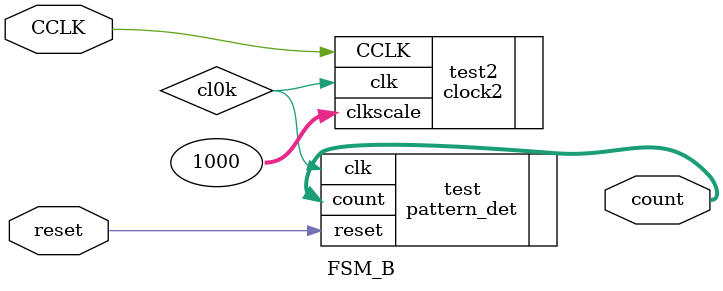
<source format=v>
`timescale 1ns / 1ps

module FSM_B(
        input CCLK, reset, 
        output [7:0] count
    );
    
    wire cl0k;
    
    clock2 test2(.CCLK(CCLK), .clkscale(1000), .clk(cl0k));
    pattern_det test(.clk(cl0k), .reset(reset), .count(count));
    
    
endmodule

</source>
